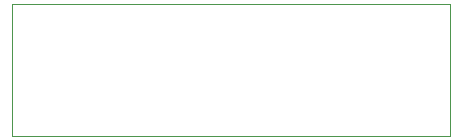
<source format=gbr>
%TF.GenerationSoftware,KiCad,Pcbnew,7.0.5*%
%TF.CreationDate,2023-11-23T16:42:45+08:00*%
%TF.ProjectId,0.87OLED_DevBoard,302e3837-4f4c-4454-945f-446576426f61,rev?*%
%TF.SameCoordinates,Original*%
%TF.FileFunction,Profile,NP*%
%FSLAX46Y46*%
G04 Gerber Fmt 4.6, Leading zero omitted, Abs format (unit mm)*
G04 Created by KiCad (PCBNEW 7.0.5) date 2023-11-23 16:42:45*
%MOMM*%
%LPD*%
G01*
G04 APERTURE LIST*
%TA.AperFunction,Profile*%
%ADD10C,0.100000*%
%TD*%
G04 APERTURE END LIST*
D10*
X64740000Y-53680000D02*
X101870000Y-53680000D01*
X101870000Y-64860000D01*
X64740000Y-64860000D01*
X64740000Y-53680000D01*
M02*

</source>
